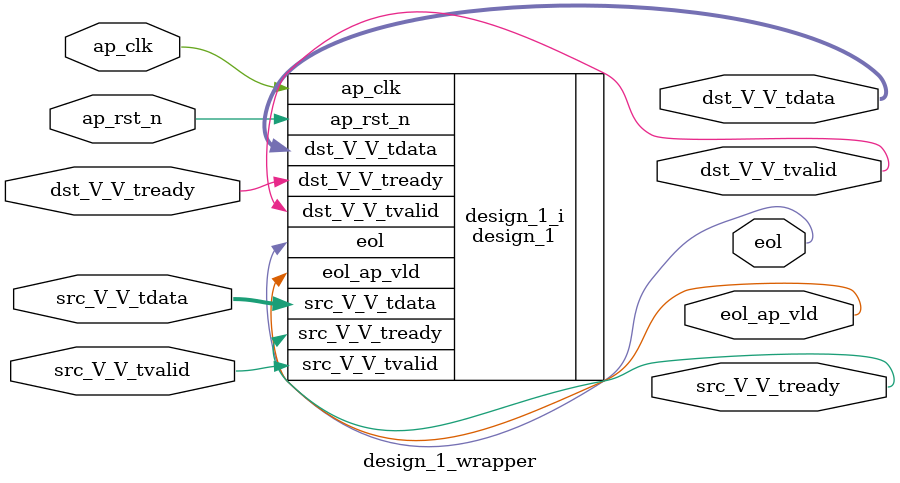
<source format=v>
`timescale 1 ps / 1 ps

module design_1_wrapper
   (ap_clk,
    ap_rst_n,
    dst_V_V_tdata,
    dst_V_V_tready,
    dst_V_V_tvalid,
    eol,
    eol_ap_vld,
    src_V_V_tdata,
    src_V_V_tready,
    src_V_V_tvalid);
  input ap_clk;
  input ap_rst_n;
  output [15:0]dst_V_V_tdata;
  input dst_V_V_tready;
  output dst_V_V_tvalid;
  output [0:0]eol;
  output eol_ap_vld;
  input [15:0]src_V_V_tdata;
  output src_V_V_tready;
  input src_V_V_tvalid;

  wire ap_clk;
  wire ap_rst_n;
  wire [15:0]dst_V_V_tdata;
  wire dst_V_V_tready;
  wire dst_V_V_tvalid;
  wire [0:0]eol;
  wire eol_ap_vld;
  wire [15:0]src_V_V_tdata;
  wire src_V_V_tready;
  wire src_V_V_tvalid;

design_1 design_1_i
       (.ap_clk(ap_clk),
        .ap_rst_n(ap_rst_n),
        .dst_V_V_tdata(dst_V_V_tdata),
        .dst_V_V_tready(dst_V_V_tready),
        .dst_V_V_tvalid(dst_V_V_tvalid),
        .eol(eol),
        .eol_ap_vld(eol_ap_vld),
        .src_V_V_tdata(src_V_V_tdata),
        .src_V_V_tready(src_V_V_tready),
        .src_V_V_tvalid(src_V_V_tvalid));
endmodule

</source>
